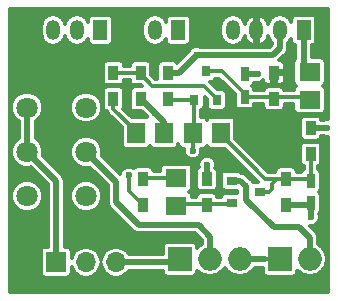
<source format=gtl>
G04 #@! TF.FileFunction,Copper,L1,Top,Signal*
%FSLAX46Y46*%
G04 Gerber Fmt 4.6, Leading zero omitted, Abs format (unit mm)*
G04 Created by KiCad (PCBNEW 4.0.4-1.fc24-product) date Thu Mar  1 09:36:58 2018*
%MOMM*%
%LPD*%
G01*
G04 APERTURE LIST*
%ADD10C,0.100000*%
%ADD11R,1.200000X1.700000*%
%ADD12O,1.200000X1.700000*%
%ADD13O,1.998980X1.998980*%
%ADD14R,1.998980X1.998980*%
%ADD15R,0.800000X0.900000*%
%ADD16R,0.900000X1.200000*%
%ADD17R,0.750000X1.200000*%
%ADD18R,1.800860X1.549400*%
%ADD19R,1.549400X1.800860*%
%ADD20R,0.900000X0.800000*%
%ADD21C,1.800000*%
%ADD22R,1.700000X1.700000*%
%ADD23O,1.700000X1.700000*%
%ADD24C,0.600000*%
%ADD25C,0.300000*%
%ADD26C,0.500000*%
G04 APERTURE END LIST*
D10*
D11*
X176400000Y-73300000D03*
D12*
X174400000Y-73300000D03*
X172400000Y-73300000D03*
X170400000Y-73300000D03*
D13*
X171000000Y-92700000D03*
D14*
X165920000Y-92700000D03*
D13*
X168460000Y-92700000D03*
D15*
X167150000Y-79200000D03*
X169050000Y-79200000D03*
X168100000Y-76800000D03*
D16*
X164900000Y-76900000D03*
X164900000Y-79100000D03*
D17*
X171400000Y-78950000D03*
X171400000Y-77050000D03*
D18*
X176900000Y-79176020D03*
X176900000Y-76823980D03*
D19*
X167023980Y-82000000D03*
X169376020Y-82000000D03*
X162223980Y-82000000D03*
X164576020Y-82000000D03*
D17*
X177000000Y-86050000D03*
X177000000Y-87950000D03*
D18*
X165600000Y-88176020D03*
X165600000Y-85823980D03*
D13*
X176940000Y-92700000D03*
D14*
X174400000Y-92700000D03*
D11*
X165800000Y-73300000D03*
D12*
X163800000Y-73300000D03*
D20*
X170300000Y-86050000D03*
X170300000Y-87950000D03*
X172700000Y-87000000D03*
D16*
X173900000Y-79100000D03*
X173900000Y-76900000D03*
X162600000Y-76900000D03*
X162600000Y-79100000D03*
X174900000Y-85900000D03*
X174900000Y-88100000D03*
X168200000Y-88100000D03*
X168200000Y-85900000D03*
X162800000Y-88100000D03*
X162800000Y-85900000D03*
D11*
X159200000Y-73300000D03*
D12*
X157200000Y-73300000D03*
X155200000Y-73300000D03*
D16*
X160300000Y-76900000D03*
X160300000Y-79100000D03*
X177000000Y-81600000D03*
X177000000Y-83800000D03*
D21*
X153000000Y-79850000D03*
X153000000Y-83600000D03*
X153000000Y-87350000D03*
X158000000Y-79850000D03*
X158000000Y-83600000D03*
X158000000Y-87350000D03*
D22*
X155460000Y-92950000D03*
D23*
X158000000Y-92950000D03*
X160540000Y-92950000D03*
D24*
X175100000Y-77000000D03*
X172500000Y-77000000D03*
X163800000Y-80300000D03*
X177000000Y-89140000D03*
X168220000Y-84700000D03*
X167000000Y-83500000D03*
X167350000Y-75400000D03*
X178360000Y-81600000D03*
X161600000Y-85600000D03*
D25*
X168100000Y-76800000D02*
X169475000Y-76800000D01*
X169475000Y-76800000D02*
X171400000Y-78725000D01*
X171400000Y-78725000D02*
X171400000Y-78950000D01*
X171400000Y-78950000D02*
X171390000Y-78960000D01*
X173900000Y-79100000D02*
X173760000Y-78960000D01*
X173760000Y-78960000D02*
X171410000Y-78960000D01*
X171410000Y-78960000D02*
X171400000Y-78950000D01*
X176900000Y-79176020D02*
X176683980Y-78960000D01*
X176683980Y-78960000D02*
X174040000Y-78960000D01*
X174040000Y-78960000D02*
X173900000Y-79100000D01*
D26*
X176400000Y-73300000D02*
X176400000Y-76323980D01*
X176400000Y-76323980D02*
X176900000Y-76823980D01*
X175000000Y-76900000D02*
X175100000Y-77000000D01*
X173900000Y-76900000D02*
X175000000Y-76900000D01*
X160540000Y-92950000D02*
X165670000Y-92950000D01*
X165670000Y-92950000D02*
X165920000Y-92700000D01*
X172450000Y-77050000D02*
X172500000Y-77000000D01*
X171400000Y-77050000D02*
X172450000Y-77050000D01*
X174900000Y-88100000D02*
X176850000Y-88100000D01*
X176850000Y-88100000D02*
X177000000Y-87950000D01*
X163800000Y-80300000D02*
X164576020Y-81076020D01*
X162600000Y-79100000D02*
X163800000Y-80300000D01*
X164576020Y-81076020D02*
X164576020Y-82000000D01*
X177000000Y-87950000D02*
X177000000Y-89140000D01*
X168200000Y-85900000D02*
X168200000Y-84720000D01*
X168200000Y-84720000D02*
X168220000Y-84700000D01*
D25*
X167000000Y-83500000D02*
X167000000Y-82023980D01*
X167000000Y-82023980D02*
X167023980Y-82000000D01*
X167150000Y-79200000D02*
X165000000Y-79200000D01*
X165000000Y-79200000D02*
X164900000Y-79100000D01*
X167150000Y-79200000D02*
X167150000Y-81873980D01*
X167150000Y-81873980D02*
X167023980Y-82000000D01*
X167023980Y-81373980D02*
X167023980Y-82000000D01*
X167023980Y-81874270D02*
X167023980Y-82000000D01*
X177000000Y-86050000D02*
X177000000Y-83800000D01*
X174900000Y-85900000D02*
X173150290Y-85900000D01*
X173150290Y-85900000D02*
X169376020Y-82125730D01*
X169376020Y-82125730D02*
X169376020Y-82000000D01*
X177000000Y-86050000D02*
X176850000Y-85900000D01*
X176850000Y-85900000D02*
X174900000Y-85900000D01*
X173690000Y-86360000D02*
X174150000Y-85900000D01*
X174150000Y-85900000D02*
X174900000Y-85900000D01*
X173690000Y-86760000D02*
X173690000Y-86360000D01*
X172700000Y-87000000D02*
X173450000Y-87000000D01*
X173450000Y-87000000D02*
X173690000Y-86760000D01*
X162223980Y-82000000D02*
X162223980Y-81874270D01*
X162223980Y-81874270D02*
X160300000Y-79950290D01*
X160300000Y-79950290D02*
X160300000Y-79100000D01*
X165600000Y-88176020D02*
X165776020Y-88000000D01*
X165776020Y-88000000D02*
X168100000Y-88000000D01*
X168100000Y-88000000D02*
X168200000Y-88100000D01*
X170300000Y-87950000D02*
X170250000Y-88000000D01*
X170250000Y-88000000D02*
X168300000Y-88000000D01*
X168300000Y-88000000D02*
X168200000Y-88100000D01*
X165600000Y-85823980D02*
X162876020Y-85823980D01*
X162876020Y-85823980D02*
X162800000Y-85900000D01*
D26*
X153000000Y-83600000D02*
X155460000Y-86060000D01*
X155460000Y-86060000D02*
X155460000Y-92950000D01*
X153000000Y-80000000D02*
X153000000Y-81272792D01*
X153000000Y-81272792D02*
X153000000Y-83650000D01*
X168500000Y-90800000D02*
X168460000Y-90840000D01*
X168460000Y-90840000D02*
X168460000Y-92700000D01*
X158000000Y-83650000D02*
X160500000Y-86150000D01*
X160500000Y-86150000D02*
X160500000Y-87840002D01*
X160500000Y-87840002D02*
X162459998Y-89800000D01*
X162459998Y-89800000D02*
X167500000Y-89800000D01*
X167500000Y-89800000D02*
X168500000Y-90800000D01*
X168500000Y-92360000D02*
X168460000Y-92400000D01*
X176940000Y-90900510D02*
X176940000Y-92700000D01*
X164900000Y-76900000D02*
X165850000Y-76900000D01*
X165850000Y-76900000D02*
X167350000Y-75400000D01*
X167350000Y-75400000D02*
X173800000Y-75400000D01*
X173800000Y-75400000D02*
X174400000Y-74800000D01*
X174400000Y-74800000D02*
X174400000Y-73300000D01*
X176940000Y-90900510D02*
X176039490Y-90000000D01*
X176039490Y-90000000D02*
X173859998Y-90000000D01*
X173859998Y-90000000D02*
X171500000Y-87640002D01*
X171500000Y-87640002D02*
X171500000Y-86500000D01*
X171500000Y-86500000D02*
X171050000Y-86050000D01*
X171050000Y-86050000D02*
X170300000Y-86050000D01*
X177000000Y-81600000D02*
X178360000Y-81600000D01*
X174400000Y-73300000D02*
X174400000Y-73550000D01*
X176910000Y-92400000D02*
X176940000Y-92400000D01*
D25*
X162800000Y-88100000D02*
X161600000Y-86900000D01*
X161600000Y-86900000D02*
X161600000Y-85600000D01*
X162800000Y-88100000D02*
X162800000Y-87950000D01*
X162600000Y-76900000D02*
X160300000Y-76900000D01*
X162600000Y-76900000D02*
X162600000Y-77050000D01*
X167949999Y-78049999D02*
X169050000Y-79150000D01*
X162600000Y-77050000D02*
X163599999Y-78049999D01*
X163599999Y-78049999D02*
X167949999Y-78049999D01*
X169050000Y-79150000D02*
X169050000Y-79200000D01*
X174400000Y-92700000D02*
X173100510Y-92700000D01*
D26*
X173100510Y-92700000D02*
X171000000Y-92700000D01*
D25*
G36*
X178475000Y-80850101D02*
X178211470Y-80849870D01*
X178090147Y-80900000D01*
X177890000Y-80900000D01*
X177877438Y-80833240D01*
X177778883Y-80680081D01*
X177628505Y-80577332D01*
X177450000Y-80541184D01*
X176550000Y-80541184D01*
X176383240Y-80572562D01*
X176230081Y-80671117D01*
X176127332Y-80821495D01*
X176091184Y-81000000D01*
X176091184Y-82200000D01*
X176122562Y-82366760D01*
X176221117Y-82519919D01*
X176371495Y-82622668D01*
X176550000Y-82658816D01*
X177450000Y-82658816D01*
X177616760Y-82627438D01*
X177769919Y-82528883D01*
X177872668Y-82378505D01*
X177888566Y-82300000D01*
X178090063Y-82300000D01*
X178210161Y-82349869D01*
X178475000Y-82350101D01*
X178475000Y-95475000D01*
X151525000Y-95475000D01*
X151525000Y-87617353D01*
X151649766Y-87617353D01*
X151854858Y-88113715D01*
X152234288Y-88493807D01*
X152730290Y-88699765D01*
X153267353Y-88700234D01*
X153763715Y-88495142D01*
X154143807Y-88115712D01*
X154349765Y-87619710D01*
X154350234Y-87082647D01*
X154145142Y-86586285D01*
X153765712Y-86206193D01*
X153269710Y-86000235D01*
X152732647Y-85999766D01*
X152236285Y-86204858D01*
X151856193Y-86584288D01*
X151650235Y-87080290D01*
X151649766Y-87617353D01*
X151525000Y-87617353D01*
X151525000Y-80117353D01*
X151649766Y-80117353D01*
X151854858Y-80613715D01*
X152234288Y-80993807D01*
X152300000Y-81021093D01*
X152300000Y-82428532D01*
X152236285Y-82454858D01*
X151856193Y-82834288D01*
X151650235Y-83330290D01*
X151649766Y-83867353D01*
X151854858Y-84363715D01*
X152234288Y-84743807D01*
X152730290Y-84949765D01*
X153267353Y-84950234D01*
X153333113Y-84923063D01*
X154760000Y-86349949D01*
X154760000Y-91641184D01*
X154610000Y-91641184D01*
X154443240Y-91672562D01*
X154290081Y-91771117D01*
X154187332Y-91921495D01*
X154151184Y-92100000D01*
X154151184Y-93800000D01*
X154182562Y-93966760D01*
X154281117Y-94119919D01*
X154431495Y-94222668D01*
X154610000Y-94258816D01*
X156310000Y-94258816D01*
X156476760Y-94227438D01*
X156629919Y-94128883D01*
X156732668Y-93978505D01*
X156768816Y-93800000D01*
X156768816Y-93321429D01*
X156798957Y-93472957D01*
X157080761Y-93894708D01*
X157502512Y-94176512D01*
X158000000Y-94275469D01*
X158497488Y-94176512D01*
X158919239Y-93894708D01*
X159201043Y-93472957D01*
X159270000Y-93126288D01*
X159338957Y-93472957D01*
X159620761Y-93894708D01*
X160042512Y-94176512D01*
X160540000Y-94275469D01*
X161037488Y-94176512D01*
X161459239Y-93894708D01*
X161622747Y-93650000D01*
X164461694Y-93650000D01*
X164461694Y-93699490D01*
X164493072Y-93866250D01*
X164591627Y-94019409D01*
X164742005Y-94122158D01*
X164920510Y-94158306D01*
X166919490Y-94158306D01*
X167086250Y-94126928D01*
X167239409Y-94028373D01*
X167342158Y-93877995D01*
X167378306Y-93699490D01*
X167378306Y-93682511D01*
X167406659Y-93724944D01*
X167876907Y-94039154D01*
X168431603Y-94149490D01*
X168488397Y-94149490D01*
X169043093Y-94039154D01*
X169513341Y-93724944D01*
X169730000Y-93400691D01*
X169946659Y-93724944D01*
X170416907Y-94039154D01*
X170971603Y-94149490D01*
X171028397Y-94149490D01*
X171583093Y-94039154D01*
X172053341Y-93724944D01*
X172270462Y-93400000D01*
X172941694Y-93400000D01*
X172941694Y-93699490D01*
X172973072Y-93866250D01*
X173071627Y-94019409D01*
X173222005Y-94122158D01*
X173400510Y-94158306D01*
X175399490Y-94158306D01*
X175566250Y-94126928D01*
X175719409Y-94028373D01*
X175822158Y-93877995D01*
X175858306Y-93699490D01*
X175858306Y-93682511D01*
X175886659Y-93724944D01*
X176356907Y-94039154D01*
X176911603Y-94149490D01*
X176968397Y-94149490D01*
X177523093Y-94039154D01*
X177993341Y-93724944D01*
X178307551Y-93254696D01*
X178417887Y-92700000D01*
X178307551Y-92145304D01*
X177993341Y-91675056D01*
X177640000Y-91438961D01*
X177640000Y-90900510D01*
X177586716Y-90632632D01*
X177434975Y-90405535D01*
X177434972Y-90405533D01*
X176919369Y-89889930D01*
X177148530Y-89890130D01*
X177424286Y-89776189D01*
X177635448Y-89565395D01*
X177749869Y-89289839D01*
X177750130Y-88991470D01*
X177700335Y-88870957D01*
X177797668Y-88728505D01*
X177833816Y-88550000D01*
X177833816Y-87350000D01*
X177802438Y-87183240D01*
X177703883Y-87030081D01*
X177660946Y-87000744D01*
X177694919Y-86978883D01*
X177797668Y-86828505D01*
X177833816Y-86650000D01*
X177833816Y-85450000D01*
X177802438Y-85283240D01*
X177703883Y-85130081D01*
X177600000Y-85059101D01*
X177600000Y-84830592D01*
X177616760Y-84827438D01*
X177769919Y-84728883D01*
X177872668Y-84578505D01*
X177908816Y-84400000D01*
X177908816Y-83200000D01*
X177877438Y-83033240D01*
X177778883Y-82880081D01*
X177628505Y-82777332D01*
X177450000Y-82741184D01*
X176550000Y-82741184D01*
X176383240Y-82772562D01*
X176230081Y-82871117D01*
X176127332Y-83021495D01*
X176091184Y-83200000D01*
X176091184Y-84400000D01*
X176122562Y-84566760D01*
X176221117Y-84719919D01*
X176371495Y-84822668D01*
X176400000Y-84828440D01*
X176400000Y-85060038D01*
X176305081Y-85121117D01*
X176202332Y-85271495D01*
X176196560Y-85300000D01*
X175808816Y-85300000D01*
X175777438Y-85133240D01*
X175678883Y-84980081D01*
X175528505Y-84877332D01*
X175350000Y-84841184D01*
X174450000Y-84841184D01*
X174283240Y-84872562D01*
X174130081Y-84971117D01*
X174027332Y-85121495D01*
X173991184Y-85300000D01*
X173398818Y-85300000D01*
X170609536Y-82510718D01*
X170609536Y-81099570D01*
X170578158Y-80932810D01*
X170479603Y-80779651D01*
X170329225Y-80676902D01*
X170150720Y-80640754D01*
X168601320Y-80640754D01*
X168434560Y-80672132D01*
X168281401Y-80770687D01*
X168199205Y-80890985D01*
X168127563Y-80779651D01*
X167977185Y-80676902D01*
X167798680Y-80640754D01*
X167750000Y-80640754D01*
X167750000Y-80056049D01*
X167869919Y-79978883D01*
X167972668Y-79828505D01*
X168008816Y-79650000D01*
X168008816Y-78957344D01*
X168191184Y-79139712D01*
X168191184Y-79650000D01*
X168222562Y-79816760D01*
X168321117Y-79969919D01*
X168471495Y-80072668D01*
X168650000Y-80108816D01*
X169450000Y-80108816D01*
X169616760Y-80077438D01*
X169769919Y-79978883D01*
X169872668Y-79828505D01*
X169908816Y-79650000D01*
X169908816Y-78750000D01*
X169877438Y-78583240D01*
X169778883Y-78430081D01*
X169628505Y-78327332D01*
X169450000Y-78291184D01*
X169039712Y-78291184D01*
X168457344Y-77708816D01*
X168500000Y-77708816D01*
X168666760Y-77677438D01*
X168819919Y-77578883D01*
X168922668Y-77428505D01*
X168928440Y-77400000D01*
X169226472Y-77400000D01*
X170566184Y-78739712D01*
X170566184Y-79550000D01*
X170597562Y-79716760D01*
X170696117Y-79869919D01*
X170846495Y-79972668D01*
X171025000Y-80008816D01*
X171775000Y-80008816D01*
X171941760Y-79977438D01*
X172094919Y-79878883D01*
X172197668Y-79728505D01*
X172231791Y-79560000D01*
X172991184Y-79560000D01*
X172991184Y-79700000D01*
X173022562Y-79866760D01*
X173121117Y-80019919D01*
X173271495Y-80122668D01*
X173450000Y-80158816D01*
X174350000Y-80158816D01*
X174516760Y-80127438D01*
X174669919Y-80028883D01*
X174772668Y-79878505D01*
X174808816Y-79700000D01*
X174808816Y-79560000D01*
X175540754Y-79560000D01*
X175540754Y-79950720D01*
X175572132Y-80117480D01*
X175670687Y-80270639D01*
X175821065Y-80373388D01*
X175999570Y-80409536D01*
X177800430Y-80409536D01*
X177967190Y-80378158D01*
X178120349Y-80279603D01*
X178223098Y-80129225D01*
X178259246Y-79950720D01*
X178259246Y-78401320D01*
X178227868Y-78234560D01*
X178129313Y-78081401D01*
X178009015Y-77999205D01*
X178120349Y-77927563D01*
X178223098Y-77777185D01*
X178259246Y-77598680D01*
X178259246Y-76049280D01*
X178227868Y-75882520D01*
X178129313Y-75729361D01*
X177978935Y-75626612D01*
X177800430Y-75590464D01*
X177100000Y-75590464D01*
X177100000Y-74590000D01*
X177166760Y-74577438D01*
X177319919Y-74478883D01*
X177422668Y-74328505D01*
X177458816Y-74150000D01*
X177458816Y-72450000D01*
X177427438Y-72283240D01*
X177328883Y-72130081D01*
X177178505Y-72027332D01*
X177000000Y-71991184D01*
X175800000Y-71991184D01*
X175633240Y-72022562D01*
X175480081Y-72121117D01*
X175377332Y-72271495D01*
X175341184Y-72450000D01*
X175341184Y-72579476D01*
X175142462Y-72282069D01*
X174801818Y-72054457D01*
X174400000Y-71974531D01*
X173998182Y-72054457D01*
X173657538Y-72282069D01*
X173429926Y-72622713D01*
X173401719Y-72764522D01*
X173353583Y-72582927D01*
X173102255Y-72253560D01*
X172710725Y-72047030D01*
X172550000Y-72124578D01*
X172550000Y-73150000D01*
X172570000Y-73150000D01*
X172570000Y-73450000D01*
X172550000Y-73450000D01*
X172550000Y-74475422D01*
X172710725Y-74552970D01*
X173102255Y-74346440D01*
X173353583Y-74017073D01*
X173401719Y-73835478D01*
X173429926Y-73977287D01*
X173657538Y-74317931D01*
X173700000Y-74346303D01*
X173700000Y-74510050D01*
X173510050Y-74700000D01*
X167619937Y-74700000D01*
X167499839Y-74650131D01*
X167201470Y-74649870D01*
X166925714Y-74763811D01*
X166714552Y-74974605D01*
X166664211Y-75095839D01*
X165718462Y-76041588D01*
X165678883Y-75980081D01*
X165528505Y-75877332D01*
X165350000Y-75841184D01*
X164450000Y-75841184D01*
X164283240Y-75872562D01*
X164130081Y-75971117D01*
X164027332Y-76121495D01*
X163991184Y-76300000D01*
X163991184Y-77449999D01*
X163848527Y-77449999D01*
X163508816Y-77110288D01*
X163508816Y-76300000D01*
X163477438Y-76133240D01*
X163378883Y-75980081D01*
X163228505Y-75877332D01*
X163050000Y-75841184D01*
X162150000Y-75841184D01*
X161983240Y-75872562D01*
X161830081Y-75971117D01*
X161727332Y-76121495D01*
X161691184Y-76300000D01*
X161208816Y-76300000D01*
X161177438Y-76133240D01*
X161078883Y-75980081D01*
X160928505Y-75877332D01*
X160750000Y-75841184D01*
X159850000Y-75841184D01*
X159683240Y-75872562D01*
X159530081Y-75971117D01*
X159427332Y-76121495D01*
X159391184Y-76300000D01*
X159391184Y-77500000D01*
X159422562Y-77666760D01*
X159521117Y-77819919D01*
X159671495Y-77922668D01*
X159850000Y-77958816D01*
X160750000Y-77958816D01*
X160916760Y-77927438D01*
X161069919Y-77828883D01*
X161172668Y-77678505D01*
X161208816Y-77500000D01*
X161691184Y-77500000D01*
X161722562Y-77666760D01*
X161821117Y-77819919D01*
X161971495Y-77922668D01*
X162150000Y-77958816D01*
X162660288Y-77958816D01*
X162742656Y-78041184D01*
X162150000Y-78041184D01*
X161983240Y-78072562D01*
X161830081Y-78171117D01*
X161727332Y-78321495D01*
X161691184Y-78500000D01*
X161691184Y-79700000D01*
X161722562Y-79866760D01*
X161821117Y-80019919D01*
X161971495Y-80122668D01*
X162150000Y-80158816D01*
X162668866Y-80158816D01*
X163114151Y-80604101D01*
X163141223Y-80669620D01*
X162998680Y-80640754D01*
X161838992Y-80640754D01*
X161133730Y-79935492D01*
X161172668Y-79878505D01*
X161208816Y-79700000D01*
X161208816Y-78500000D01*
X161177438Y-78333240D01*
X161078883Y-78180081D01*
X160928505Y-78077332D01*
X160750000Y-78041184D01*
X159850000Y-78041184D01*
X159683240Y-78072562D01*
X159530081Y-78171117D01*
X159427332Y-78321495D01*
X159391184Y-78500000D01*
X159391184Y-79700000D01*
X159422562Y-79866760D01*
X159521117Y-80019919D01*
X159671495Y-80122668D01*
X159736923Y-80135918D01*
X159745672Y-80179900D01*
X159875736Y-80374554D01*
X160990464Y-81489282D01*
X160990464Y-82900430D01*
X161021842Y-83067190D01*
X161120397Y-83220349D01*
X161270775Y-83323098D01*
X161449280Y-83359246D01*
X162998680Y-83359246D01*
X163165440Y-83327868D01*
X163318599Y-83229313D01*
X163400795Y-83109015D01*
X163472437Y-83220349D01*
X163622815Y-83323098D01*
X163801320Y-83359246D01*
X165350720Y-83359246D01*
X165517480Y-83327868D01*
X165670639Y-83229313D01*
X165773388Y-83078935D01*
X165799650Y-82949249D01*
X165821842Y-83067190D01*
X165920397Y-83220349D01*
X166070775Y-83323098D01*
X166249280Y-83359246D01*
X166250123Y-83359246D01*
X166249870Y-83648530D01*
X166363811Y-83924286D01*
X166574605Y-84135448D01*
X166850161Y-84249869D01*
X167148530Y-84250130D01*
X167424286Y-84136189D01*
X167635448Y-83925395D01*
X167749869Y-83649839D01*
X167750123Y-83359246D01*
X167798680Y-83359246D01*
X167965440Y-83327868D01*
X168118599Y-83229313D01*
X168200795Y-83109015D01*
X168272437Y-83220349D01*
X168422815Y-83323098D01*
X168601320Y-83359246D01*
X169761008Y-83359246D01*
X172542946Y-86141184D01*
X172250000Y-86141184D01*
X172104275Y-86168604D01*
X171994975Y-86005025D01*
X171544975Y-85555025D01*
X171317879Y-85403284D01*
X171097821Y-85359512D01*
X171078883Y-85330081D01*
X170928505Y-85227332D01*
X170750000Y-85191184D01*
X169850000Y-85191184D01*
X169683240Y-85222562D01*
X169530081Y-85321117D01*
X169427332Y-85471495D01*
X169391184Y-85650000D01*
X169391184Y-86450000D01*
X169422562Y-86616760D01*
X169521117Y-86769919D01*
X169671495Y-86872668D01*
X169850000Y-86908816D01*
X170750000Y-86908816D01*
X170800000Y-86899408D01*
X170800000Y-87101309D01*
X170750000Y-87091184D01*
X169850000Y-87091184D01*
X169683240Y-87122562D01*
X169530081Y-87221117D01*
X169427332Y-87371495D01*
X169421560Y-87400000D01*
X169090000Y-87400000D01*
X169077438Y-87333240D01*
X168978883Y-87180081D01*
X168828505Y-87077332D01*
X168650000Y-87041184D01*
X167750000Y-87041184D01*
X167583240Y-87072562D01*
X167430081Y-87171117D01*
X167327332Y-87321495D01*
X167311434Y-87400000D01*
X166958998Y-87400000D01*
X166927868Y-87234560D01*
X166829313Y-87081401D01*
X166709015Y-86999205D01*
X166820349Y-86927563D01*
X166923098Y-86777185D01*
X166959246Y-86598680D01*
X166959246Y-85300000D01*
X167291184Y-85300000D01*
X167291184Y-86500000D01*
X167322562Y-86666760D01*
X167421117Y-86819919D01*
X167571495Y-86922668D01*
X167750000Y-86958816D01*
X168650000Y-86958816D01*
X168816760Y-86927438D01*
X168969919Y-86828883D01*
X169072668Y-86678505D01*
X169108816Y-86500000D01*
X169108816Y-85300000D01*
X169077438Y-85133240D01*
X168978883Y-84980081D01*
X168929733Y-84946498D01*
X168969869Y-84849839D01*
X168970130Y-84551470D01*
X168856189Y-84275714D01*
X168645395Y-84064552D01*
X168369839Y-83950131D01*
X168071470Y-83949870D01*
X167795714Y-84063811D01*
X167584552Y-84274605D01*
X167470131Y-84550161D01*
X167469870Y-84848530D01*
X167500000Y-84921450D01*
X167500000Y-84926125D01*
X167430081Y-84971117D01*
X167327332Y-85121495D01*
X167291184Y-85300000D01*
X166959246Y-85300000D01*
X166959246Y-85049280D01*
X166927868Y-84882520D01*
X166829313Y-84729361D01*
X166678935Y-84626612D01*
X166500430Y-84590464D01*
X164699570Y-84590464D01*
X164532810Y-84621842D01*
X164379651Y-84720397D01*
X164276902Y-84870775D01*
X164240754Y-85049280D01*
X164240754Y-85223980D01*
X163694512Y-85223980D01*
X163677438Y-85133240D01*
X163578883Y-84980081D01*
X163428505Y-84877332D01*
X163250000Y-84841184D01*
X162350000Y-84841184D01*
X162183240Y-84872562D01*
X162031218Y-84970385D01*
X162025395Y-84964552D01*
X161749839Y-84850131D01*
X161451470Y-84849870D01*
X161175714Y-84963811D01*
X160964552Y-85174605D01*
X160850131Y-85450161D01*
X160850079Y-85510129D01*
X159308658Y-83968708D01*
X159349765Y-83869710D01*
X159350234Y-83332647D01*
X159145142Y-82836285D01*
X158765712Y-82456193D01*
X158269710Y-82250235D01*
X157732647Y-82249766D01*
X157236285Y-82454858D01*
X156856193Y-82834288D01*
X156650235Y-83330290D01*
X156649766Y-83867353D01*
X156854858Y-84363715D01*
X157234288Y-84743807D01*
X157730290Y-84949765D01*
X158267353Y-84950234D01*
X158297732Y-84937682D01*
X159800000Y-86439950D01*
X159800000Y-87840002D01*
X159853284Y-88107881D01*
X160005025Y-88334977D01*
X161965023Y-90294975D01*
X162192119Y-90446716D01*
X162459998Y-90500001D01*
X162460003Y-90500000D01*
X167210050Y-90500000D01*
X167760000Y-91049949D01*
X167760000Y-91438961D01*
X167406659Y-91675056D01*
X167378306Y-91717489D01*
X167378306Y-91700510D01*
X167346928Y-91533750D01*
X167248373Y-91380591D01*
X167097995Y-91277842D01*
X166919490Y-91241694D01*
X164920510Y-91241694D01*
X164753750Y-91273072D01*
X164600591Y-91371627D01*
X164497842Y-91522005D01*
X164461694Y-91700510D01*
X164461694Y-92250000D01*
X161622747Y-92250000D01*
X161459239Y-92005292D01*
X161037488Y-91723488D01*
X160540000Y-91624531D01*
X160042512Y-91723488D01*
X159620761Y-92005292D01*
X159338957Y-92427043D01*
X159270000Y-92773712D01*
X159201043Y-92427043D01*
X158919239Y-92005292D01*
X158497488Y-91723488D01*
X158000000Y-91624531D01*
X157502512Y-91723488D01*
X157080761Y-92005292D01*
X156798957Y-92427043D01*
X156768816Y-92578571D01*
X156768816Y-92100000D01*
X156737438Y-91933240D01*
X156638883Y-91780081D01*
X156488505Y-91677332D01*
X156310000Y-91641184D01*
X156160000Y-91641184D01*
X156160000Y-87617353D01*
X156649766Y-87617353D01*
X156854858Y-88113715D01*
X157234288Y-88493807D01*
X157730290Y-88699765D01*
X158267353Y-88700234D01*
X158763715Y-88495142D01*
X159143807Y-88115712D01*
X159349765Y-87619710D01*
X159350234Y-87082647D01*
X159145142Y-86586285D01*
X158765712Y-86206193D01*
X158269710Y-86000235D01*
X157732647Y-85999766D01*
X157236285Y-86204858D01*
X156856193Y-86584288D01*
X156650235Y-87080290D01*
X156649766Y-87617353D01*
X156160000Y-87617353D01*
X156160000Y-86060000D01*
X156106716Y-85792122D01*
X155954975Y-85565025D01*
X155954972Y-85565023D01*
X154323328Y-83933378D01*
X154349765Y-83869710D01*
X154350234Y-83332647D01*
X154145142Y-82836285D01*
X153765712Y-82456193D01*
X153700000Y-82428907D01*
X153700000Y-81021468D01*
X153763715Y-80995142D01*
X154143807Y-80615712D01*
X154349765Y-80119710D01*
X154349767Y-80117353D01*
X156649766Y-80117353D01*
X156854858Y-80613715D01*
X157234288Y-80993807D01*
X157730290Y-81199765D01*
X158267353Y-81200234D01*
X158763715Y-80995142D01*
X159143807Y-80615712D01*
X159349765Y-80119710D01*
X159350234Y-79582647D01*
X159145142Y-79086285D01*
X158765712Y-78706193D01*
X158269710Y-78500235D01*
X157732647Y-78499766D01*
X157236285Y-78704858D01*
X156856193Y-79084288D01*
X156650235Y-79580290D01*
X156649766Y-80117353D01*
X154349767Y-80117353D01*
X154350234Y-79582647D01*
X154145142Y-79086285D01*
X153765712Y-78706193D01*
X153269710Y-78500235D01*
X152732647Y-78499766D01*
X152236285Y-78704858D01*
X151856193Y-79084288D01*
X151650235Y-79580290D01*
X151649766Y-80117353D01*
X151525000Y-80117353D01*
X151525000Y-73024531D01*
X154150000Y-73024531D01*
X154150000Y-73575469D01*
X154229926Y-73977287D01*
X154457538Y-74317931D01*
X154798182Y-74545543D01*
X155200000Y-74625469D01*
X155601818Y-74545543D01*
X155942462Y-74317931D01*
X156170074Y-73977287D01*
X156200000Y-73826838D01*
X156229926Y-73977287D01*
X156457538Y-74317931D01*
X156798182Y-74545543D01*
X157200000Y-74625469D01*
X157601818Y-74545543D01*
X157942462Y-74317931D01*
X158141184Y-74020524D01*
X158141184Y-74150000D01*
X158172562Y-74316760D01*
X158271117Y-74469919D01*
X158421495Y-74572668D01*
X158600000Y-74608816D01*
X159800000Y-74608816D01*
X159966760Y-74577438D01*
X160119919Y-74478883D01*
X160222668Y-74328505D01*
X160258816Y-74150000D01*
X160258816Y-73024531D01*
X162750000Y-73024531D01*
X162750000Y-73575469D01*
X162829926Y-73977287D01*
X163057538Y-74317931D01*
X163398182Y-74545543D01*
X163800000Y-74625469D01*
X164201818Y-74545543D01*
X164542462Y-74317931D01*
X164741184Y-74020524D01*
X164741184Y-74150000D01*
X164772562Y-74316760D01*
X164871117Y-74469919D01*
X165021495Y-74572668D01*
X165200000Y-74608816D01*
X166400000Y-74608816D01*
X166566760Y-74577438D01*
X166719919Y-74478883D01*
X166822668Y-74328505D01*
X166858816Y-74150000D01*
X166858816Y-73024531D01*
X169350000Y-73024531D01*
X169350000Y-73575469D01*
X169429926Y-73977287D01*
X169657538Y-74317931D01*
X169998182Y-74545543D01*
X170400000Y-74625469D01*
X170801818Y-74545543D01*
X171142462Y-74317931D01*
X171370074Y-73977287D01*
X171398281Y-73835478D01*
X171446417Y-74017073D01*
X171697745Y-74346440D01*
X172089275Y-74552970D01*
X172250000Y-74475422D01*
X172250000Y-73450000D01*
X172230000Y-73450000D01*
X172230000Y-73150000D01*
X172250000Y-73150000D01*
X172250000Y-72124578D01*
X172089275Y-72047030D01*
X171697745Y-72253560D01*
X171446417Y-72582927D01*
X171398281Y-72764522D01*
X171370074Y-72622713D01*
X171142462Y-72282069D01*
X170801818Y-72054457D01*
X170400000Y-71974531D01*
X169998182Y-72054457D01*
X169657538Y-72282069D01*
X169429926Y-72622713D01*
X169350000Y-73024531D01*
X166858816Y-73024531D01*
X166858816Y-72450000D01*
X166827438Y-72283240D01*
X166728883Y-72130081D01*
X166578505Y-72027332D01*
X166400000Y-71991184D01*
X165200000Y-71991184D01*
X165033240Y-72022562D01*
X164880081Y-72121117D01*
X164777332Y-72271495D01*
X164741184Y-72450000D01*
X164741184Y-72579476D01*
X164542462Y-72282069D01*
X164201818Y-72054457D01*
X163800000Y-71974531D01*
X163398182Y-72054457D01*
X163057538Y-72282069D01*
X162829926Y-72622713D01*
X162750000Y-73024531D01*
X160258816Y-73024531D01*
X160258816Y-72450000D01*
X160227438Y-72283240D01*
X160128883Y-72130081D01*
X159978505Y-72027332D01*
X159800000Y-71991184D01*
X158600000Y-71991184D01*
X158433240Y-72022562D01*
X158280081Y-72121117D01*
X158177332Y-72271495D01*
X158141184Y-72450000D01*
X158141184Y-72579476D01*
X157942462Y-72282069D01*
X157601818Y-72054457D01*
X157200000Y-71974531D01*
X156798182Y-72054457D01*
X156457538Y-72282069D01*
X156229926Y-72622713D01*
X156200000Y-72773162D01*
X156170074Y-72622713D01*
X155942462Y-72282069D01*
X155601818Y-72054457D01*
X155200000Y-71974531D01*
X154798182Y-72054457D01*
X154457538Y-72282069D01*
X154229926Y-72622713D01*
X154150000Y-73024531D01*
X151525000Y-73024531D01*
X151525000Y-71525000D01*
X178475000Y-71525000D01*
X178475000Y-80850101D01*
X178475000Y-80850101D01*
G37*
X178475000Y-80850101D02*
X178211470Y-80849870D01*
X178090147Y-80900000D01*
X177890000Y-80900000D01*
X177877438Y-80833240D01*
X177778883Y-80680081D01*
X177628505Y-80577332D01*
X177450000Y-80541184D01*
X176550000Y-80541184D01*
X176383240Y-80572562D01*
X176230081Y-80671117D01*
X176127332Y-80821495D01*
X176091184Y-81000000D01*
X176091184Y-82200000D01*
X176122562Y-82366760D01*
X176221117Y-82519919D01*
X176371495Y-82622668D01*
X176550000Y-82658816D01*
X177450000Y-82658816D01*
X177616760Y-82627438D01*
X177769919Y-82528883D01*
X177872668Y-82378505D01*
X177888566Y-82300000D01*
X178090063Y-82300000D01*
X178210161Y-82349869D01*
X178475000Y-82350101D01*
X178475000Y-95475000D01*
X151525000Y-95475000D01*
X151525000Y-87617353D01*
X151649766Y-87617353D01*
X151854858Y-88113715D01*
X152234288Y-88493807D01*
X152730290Y-88699765D01*
X153267353Y-88700234D01*
X153763715Y-88495142D01*
X154143807Y-88115712D01*
X154349765Y-87619710D01*
X154350234Y-87082647D01*
X154145142Y-86586285D01*
X153765712Y-86206193D01*
X153269710Y-86000235D01*
X152732647Y-85999766D01*
X152236285Y-86204858D01*
X151856193Y-86584288D01*
X151650235Y-87080290D01*
X151649766Y-87617353D01*
X151525000Y-87617353D01*
X151525000Y-80117353D01*
X151649766Y-80117353D01*
X151854858Y-80613715D01*
X152234288Y-80993807D01*
X152300000Y-81021093D01*
X152300000Y-82428532D01*
X152236285Y-82454858D01*
X151856193Y-82834288D01*
X151650235Y-83330290D01*
X151649766Y-83867353D01*
X151854858Y-84363715D01*
X152234288Y-84743807D01*
X152730290Y-84949765D01*
X153267353Y-84950234D01*
X153333113Y-84923063D01*
X154760000Y-86349949D01*
X154760000Y-91641184D01*
X154610000Y-91641184D01*
X154443240Y-91672562D01*
X154290081Y-91771117D01*
X154187332Y-91921495D01*
X154151184Y-92100000D01*
X154151184Y-93800000D01*
X154182562Y-93966760D01*
X154281117Y-94119919D01*
X154431495Y-94222668D01*
X154610000Y-94258816D01*
X156310000Y-94258816D01*
X156476760Y-94227438D01*
X156629919Y-94128883D01*
X156732668Y-93978505D01*
X156768816Y-93800000D01*
X156768816Y-93321429D01*
X156798957Y-93472957D01*
X157080761Y-93894708D01*
X157502512Y-94176512D01*
X158000000Y-94275469D01*
X158497488Y-94176512D01*
X158919239Y-93894708D01*
X159201043Y-93472957D01*
X159270000Y-93126288D01*
X159338957Y-93472957D01*
X159620761Y-93894708D01*
X160042512Y-94176512D01*
X160540000Y-94275469D01*
X161037488Y-94176512D01*
X161459239Y-93894708D01*
X161622747Y-93650000D01*
X164461694Y-93650000D01*
X164461694Y-93699490D01*
X164493072Y-93866250D01*
X164591627Y-94019409D01*
X164742005Y-94122158D01*
X164920510Y-94158306D01*
X166919490Y-94158306D01*
X167086250Y-94126928D01*
X167239409Y-94028373D01*
X167342158Y-93877995D01*
X167378306Y-93699490D01*
X167378306Y-93682511D01*
X167406659Y-93724944D01*
X167876907Y-94039154D01*
X168431603Y-94149490D01*
X168488397Y-94149490D01*
X169043093Y-94039154D01*
X169513341Y-93724944D01*
X169730000Y-93400691D01*
X169946659Y-93724944D01*
X170416907Y-94039154D01*
X170971603Y-94149490D01*
X171028397Y-94149490D01*
X171583093Y-94039154D01*
X172053341Y-93724944D01*
X172270462Y-93400000D01*
X172941694Y-93400000D01*
X172941694Y-93699490D01*
X172973072Y-93866250D01*
X173071627Y-94019409D01*
X173222005Y-94122158D01*
X173400510Y-94158306D01*
X175399490Y-94158306D01*
X175566250Y-94126928D01*
X175719409Y-94028373D01*
X175822158Y-93877995D01*
X175858306Y-93699490D01*
X175858306Y-93682511D01*
X175886659Y-93724944D01*
X176356907Y-94039154D01*
X176911603Y-94149490D01*
X176968397Y-94149490D01*
X177523093Y-94039154D01*
X177993341Y-93724944D01*
X178307551Y-93254696D01*
X178417887Y-92700000D01*
X178307551Y-92145304D01*
X177993341Y-91675056D01*
X177640000Y-91438961D01*
X177640000Y-90900510D01*
X177586716Y-90632632D01*
X177434975Y-90405535D01*
X177434972Y-90405533D01*
X176919369Y-89889930D01*
X177148530Y-89890130D01*
X177424286Y-89776189D01*
X177635448Y-89565395D01*
X177749869Y-89289839D01*
X177750130Y-88991470D01*
X177700335Y-88870957D01*
X177797668Y-88728505D01*
X177833816Y-88550000D01*
X177833816Y-87350000D01*
X177802438Y-87183240D01*
X177703883Y-87030081D01*
X177660946Y-87000744D01*
X177694919Y-86978883D01*
X177797668Y-86828505D01*
X177833816Y-86650000D01*
X177833816Y-85450000D01*
X177802438Y-85283240D01*
X177703883Y-85130081D01*
X177600000Y-85059101D01*
X177600000Y-84830592D01*
X177616760Y-84827438D01*
X177769919Y-84728883D01*
X177872668Y-84578505D01*
X177908816Y-84400000D01*
X177908816Y-83200000D01*
X177877438Y-83033240D01*
X177778883Y-82880081D01*
X177628505Y-82777332D01*
X177450000Y-82741184D01*
X176550000Y-82741184D01*
X176383240Y-82772562D01*
X176230081Y-82871117D01*
X176127332Y-83021495D01*
X176091184Y-83200000D01*
X176091184Y-84400000D01*
X176122562Y-84566760D01*
X176221117Y-84719919D01*
X176371495Y-84822668D01*
X176400000Y-84828440D01*
X176400000Y-85060038D01*
X176305081Y-85121117D01*
X176202332Y-85271495D01*
X176196560Y-85300000D01*
X175808816Y-85300000D01*
X175777438Y-85133240D01*
X175678883Y-84980081D01*
X175528505Y-84877332D01*
X175350000Y-84841184D01*
X174450000Y-84841184D01*
X174283240Y-84872562D01*
X174130081Y-84971117D01*
X174027332Y-85121495D01*
X173991184Y-85300000D01*
X173398818Y-85300000D01*
X170609536Y-82510718D01*
X170609536Y-81099570D01*
X170578158Y-80932810D01*
X170479603Y-80779651D01*
X170329225Y-80676902D01*
X170150720Y-80640754D01*
X168601320Y-80640754D01*
X168434560Y-80672132D01*
X168281401Y-80770687D01*
X168199205Y-80890985D01*
X168127563Y-80779651D01*
X167977185Y-80676902D01*
X167798680Y-80640754D01*
X167750000Y-80640754D01*
X167750000Y-80056049D01*
X167869919Y-79978883D01*
X167972668Y-79828505D01*
X168008816Y-79650000D01*
X168008816Y-78957344D01*
X168191184Y-79139712D01*
X168191184Y-79650000D01*
X168222562Y-79816760D01*
X168321117Y-79969919D01*
X168471495Y-80072668D01*
X168650000Y-80108816D01*
X169450000Y-80108816D01*
X169616760Y-80077438D01*
X169769919Y-79978883D01*
X169872668Y-79828505D01*
X169908816Y-79650000D01*
X169908816Y-78750000D01*
X169877438Y-78583240D01*
X169778883Y-78430081D01*
X169628505Y-78327332D01*
X169450000Y-78291184D01*
X169039712Y-78291184D01*
X168457344Y-77708816D01*
X168500000Y-77708816D01*
X168666760Y-77677438D01*
X168819919Y-77578883D01*
X168922668Y-77428505D01*
X168928440Y-77400000D01*
X169226472Y-77400000D01*
X170566184Y-78739712D01*
X170566184Y-79550000D01*
X170597562Y-79716760D01*
X170696117Y-79869919D01*
X170846495Y-79972668D01*
X171025000Y-80008816D01*
X171775000Y-80008816D01*
X171941760Y-79977438D01*
X172094919Y-79878883D01*
X172197668Y-79728505D01*
X172231791Y-79560000D01*
X172991184Y-79560000D01*
X172991184Y-79700000D01*
X173022562Y-79866760D01*
X173121117Y-80019919D01*
X173271495Y-80122668D01*
X173450000Y-80158816D01*
X174350000Y-80158816D01*
X174516760Y-80127438D01*
X174669919Y-80028883D01*
X174772668Y-79878505D01*
X174808816Y-79700000D01*
X174808816Y-79560000D01*
X175540754Y-79560000D01*
X175540754Y-79950720D01*
X175572132Y-80117480D01*
X175670687Y-80270639D01*
X175821065Y-80373388D01*
X175999570Y-80409536D01*
X177800430Y-80409536D01*
X177967190Y-80378158D01*
X178120349Y-80279603D01*
X178223098Y-80129225D01*
X178259246Y-79950720D01*
X178259246Y-78401320D01*
X178227868Y-78234560D01*
X178129313Y-78081401D01*
X178009015Y-77999205D01*
X178120349Y-77927563D01*
X178223098Y-77777185D01*
X178259246Y-77598680D01*
X178259246Y-76049280D01*
X178227868Y-75882520D01*
X178129313Y-75729361D01*
X177978935Y-75626612D01*
X177800430Y-75590464D01*
X177100000Y-75590464D01*
X177100000Y-74590000D01*
X177166760Y-74577438D01*
X177319919Y-74478883D01*
X177422668Y-74328505D01*
X177458816Y-74150000D01*
X177458816Y-72450000D01*
X177427438Y-72283240D01*
X177328883Y-72130081D01*
X177178505Y-72027332D01*
X177000000Y-71991184D01*
X175800000Y-71991184D01*
X175633240Y-72022562D01*
X175480081Y-72121117D01*
X175377332Y-72271495D01*
X175341184Y-72450000D01*
X175341184Y-72579476D01*
X175142462Y-72282069D01*
X174801818Y-72054457D01*
X174400000Y-71974531D01*
X173998182Y-72054457D01*
X173657538Y-72282069D01*
X173429926Y-72622713D01*
X173401719Y-72764522D01*
X173353583Y-72582927D01*
X173102255Y-72253560D01*
X172710725Y-72047030D01*
X172550000Y-72124578D01*
X172550000Y-73150000D01*
X172570000Y-73150000D01*
X172570000Y-73450000D01*
X172550000Y-73450000D01*
X172550000Y-74475422D01*
X172710725Y-74552970D01*
X173102255Y-74346440D01*
X173353583Y-74017073D01*
X173401719Y-73835478D01*
X173429926Y-73977287D01*
X173657538Y-74317931D01*
X173700000Y-74346303D01*
X173700000Y-74510050D01*
X173510050Y-74700000D01*
X167619937Y-74700000D01*
X167499839Y-74650131D01*
X167201470Y-74649870D01*
X166925714Y-74763811D01*
X166714552Y-74974605D01*
X166664211Y-75095839D01*
X165718462Y-76041588D01*
X165678883Y-75980081D01*
X165528505Y-75877332D01*
X165350000Y-75841184D01*
X164450000Y-75841184D01*
X164283240Y-75872562D01*
X164130081Y-75971117D01*
X164027332Y-76121495D01*
X163991184Y-76300000D01*
X163991184Y-77449999D01*
X163848527Y-77449999D01*
X163508816Y-77110288D01*
X163508816Y-76300000D01*
X163477438Y-76133240D01*
X163378883Y-75980081D01*
X163228505Y-75877332D01*
X163050000Y-75841184D01*
X162150000Y-75841184D01*
X161983240Y-75872562D01*
X161830081Y-75971117D01*
X161727332Y-76121495D01*
X161691184Y-76300000D01*
X161208816Y-76300000D01*
X161177438Y-76133240D01*
X161078883Y-75980081D01*
X160928505Y-75877332D01*
X160750000Y-75841184D01*
X159850000Y-75841184D01*
X159683240Y-75872562D01*
X159530081Y-75971117D01*
X159427332Y-76121495D01*
X159391184Y-76300000D01*
X159391184Y-77500000D01*
X159422562Y-77666760D01*
X159521117Y-77819919D01*
X159671495Y-77922668D01*
X159850000Y-77958816D01*
X160750000Y-77958816D01*
X160916760Y-77927438D01*
X161069919Y-77828883D01*
X161172668Y-77678505D01*
X161208816Y-77500000D01*
X161691184Y-77500000D01*
X161722562Y-77666760D01*
X161821117Y-77819919D01*
X161971495Y-77922668D01*
X162150000Y-77958816D01*
X162660288Y-77958816D01*
X162742656Y-78041184D01*
X162150000Y-78041184D01*
X161983240Y-78072562D01*
X161830081Y-78171117D01*
X161727332Y-78321495D01*
X161691184Y-78500000D01*
X161691184Y-79700000D01*
X161722562Y-79866760D01*
X161821117Y-80019919D01*
X161971495Y-80122668D01*
X162150000Y-80158816D01*
X162668866Y-80158816D01*
X163114151Y-80604101D01*
X163141223Y-80669620D01*
X162998680Y-80640754D01*
X161838992Y-80640754D01*
X161133730Y-79935492D01*
X161172668Y-79878505D01*
X161208816Y-79700000D01*
X161208816Y-78500000D01*
X161177438Y-78333240D01*
X161078883Y-78180081D01*
X160928505Y-78077332D01*
X160750000Y-78041184D01*
X159850000Y-78041184D01*
X159683240Y-78072562D01*
X159530081Y-78171117D01*
X159427332Y-78321495D01*
X159391184Y-78500000D01*
X159391184Y-79700000D01*
X159422562Y-79866760D01*
X159521117Y-80019919D01*
X159671495Y-80122668D01*
X159736923Y-80135918D01*
X159745672Y-80179900D01*
X159875736Y-80374554D01*
X160990464Y-81489282D01*
X160990464Y-82900430D01*
X161021842Y-83067190D01*
X161120397Y-83220349D01*
X161270775Y-83323098D01*
X161449280Y-83359246D01*
X162998680Y-83359246D01*
X163165440Y-83327868D01*
X163318599Y-83229313D01*
X163400795Y-83109015D01*
X163472437Y-83220349D01*
X163622815Y-83323098D01*
X163801320Y-83359246D01*
X165350720Y-83359246D01*
X165517480Y-83327868D01*
X165670639Y-83229313D01*
X165773388Y-83078935D01*
X165799650Y-82949249D01*
X165821842Y-83067190D01*
X165920397Y-83220349D01*
X166070775Y-83323098D01*
X166249280Y-83359246D01*
X166250123Y-83359246D01*
X166249870Y-83648530D01*
X166363811Y-83924286D01*
X166574605Y-84135448D01*
X166850161Y-84249869D01*
X167148530Y-84250130D01*
X167424286Y-84136189D01*
X167635448Y-83925395D01*
X167749869Y-83649839D01*
X167750123Y-83359246D01*
X167798680Y-83359246D01*
X167965440Y-83327868D01*
X168118599Y-83229313D01*
X168200795Y-83109015D01*
X168272437Y-83220349D01*
X168422815Y-83323098D01*
X168601320Y-83359246D01*
X169761008Y-83359246D01*
X172542946Y-86141184D01*
X172250000Y-86141184D01*
X172104275Y-86168604D01*
X171994975Y-86005025D01*
X171544975Y-85555025D01*
X171317879Y-85403284D01*
X171097821Y-85359512D01*
X171078883Y-85330081D01*
X170928505Y-85227332D01*
X170750000Y-85191184D01*
X169850000Y-85191184D01*
X169683240Y-85222562D01*
X169530081Y-85321117D01*
X169427332Y-85471495D01*
X169391184Y-85650000D01*
X169391184Y-86450000D01*
X169422562Y-86616760D01*
X169521117Y-86769919D01*
X169671495Y-86872668D01*
X169850000Y-86908816D01*
X170750000Y-86908816D01*
X170800000Y-86899408D01*
X170800000Y-87101309D01*
X170750000Y-87091184D01*
X169850000Y-87091184D01*
X169683240Y-87122562D01*
X169530081Y-87221117D01*
X169427332Y-87371495D01*
X169421560Y-87400000D01*
X169090000Y-87400000D01*
X169077438Y-87333240D01*
X168978883Y-87180081D01*
X168828505Y-87077332D01*
X168650000Y-87041184D01*
X167750000Y-87041184D01*
X167583240Y-87072562D01*
X167430081Y-87171117D01*
X167327332Y-87321495D01*
X167311434Y-87400000D01*
X166958998Y-87400000D01*
X166927868Y-87234560D01*
X166829313Y-87081401D01*
X166709015Y-86999205D01*
X166820349Y-86927563D01*
X166923098Y-86777185D01*
X166959246Y-86598680D01*
X166959246Y-85300000D01*
X167291184Y-85300000D01*
X167291184Y-86500000D01*
X167322562Y-86666760D01*
X167421117Y-86819919D01*
X167571495Y-86922668D01*
X167750000Y-86958816D01*
X168650000Y-86958816D01*
X168816760Y-86927438D01*
X168969919Y-86828883D01*
X169072668Y-86678505D01*
X169108816Y-86500000D01*
X169108816Y-85300000D01*
X169077438Y-85133240D01*
X168978883Y-84980081D01*
X168929733Y-84946498D01*
X168969869Y-84849839D01*
X168970130Y-84551470D01*
X168856189Y-84275714D01*
X168645395Y-84064552D01*
X168369839Y-83950131D01*
X168071470Y-83949870D01*
X167795714Y-84063811D01*
X167584552Y-84274605D01*
X167470131Y-84550161D01*
X167469870Y-84848530D01*
X167500000Y-84921450D01*
X167500000Y-84926125D01*
X167430081Y-84971117D01*
X167327332Y-85121495D01*
X167291184Y-85300000D01*
X166959246Y-85300000D01*
X166959246Y-85049280D01*
X166927868Y-84882520D01*
X166829313Y-84729361D01*
X166678935Y-84626612D01*
X166500430Y-84590464D01*
X164699570Y-84590464D01*
X164532810Y-84621842D01*
X164379651Y-84720397D01*
X164276902Y-84870775D01*
X164240754Y-85049280D01*
X164240754Y-85223980D01*
X163694512Y-85223980D01*
X163677438Y-85133240D01*
X163578883Y-84980081D01*
X163428505Y-84877332D01*
X163250000Y-84841184D01*
X162350000Y-84841184D01*
X162183240Y-84872562D01*
X162031218Y-84970385D01*
X162025395Y-84964552D01*
X161749839Y-84850131D01*
X161451470Y-84849870D01*
X161175714Y-84963811D01*
X160964552Y-85174605D01*
X160850131Y-85450161D01*
X160850079Y-85510129D01*
X159308658Y-83968708D01*
X159349765Y-83869710D01*
X159350234Y-83332647D01*
X159145142Y-82836285D01*
X158765712Y-82456193D01*
X158269710Y-82250235D01*
X157732647Y-82249766D01*
X157236285Y-82454858D01*
X156856193Y-82834288D01*
X156650235Y-83330290D01*
X156649766Y-83867353D01*
X156854858Y-84363715D01*
X157234288Y-84743807D01*
X157730290Y-84949765D01*
X158267353Y-84950234D01*
X158297732Y-84937682D01*
X159800000Y-86439950D01*
X159800000Y-87840002D01*
X159853284Y-88107881D01*
X160005025Y-88334977D01*
X161965023Y-90294975D01*
X162192119Y-90446716D01*
X162459998Y-90500001D01*
X162460003Y-90500000D01*
X167210050Y-90500000D01*
X167760000Y-91049949D01*
X167760000Y-91438961D01*
X167406659Y-91675056D01*
X167378306Y-91717489D01*
X167378306Y-91700510D01*
X167346928Y-91533750D01*
X167248373Y-91380591D01*
X167097995Y-91277842D01*
X166919490Y-91241694D01*
X164920510Y-91241694D01*
X164753750Y-91273072D01*
X164600591Y-91371627D01*
X164497842Y-91522005D01*
X164461694Y-91700510D01*
X164461694Y-92250000D01*
X161622747Y-92250000D01*
X161459239Y-92005292D01*
X161037488Y-91723488D01*
X160540000Y-91624531D01*
X160042512Y-91723488D01*
X159620761Y-92005292D01*
X159338957Y-92427043D01*
X159270000Y-92773712D01*
X159201043Y-92427043D01*
X158919239Y-92005292D01*
X158497488Y-91723488D01*
X158000000Y-91624531D01*
X157502512Y-91723488D01*
X157080761Y-92005292D01*
X156798957Y-92427043D01*
X156768816Y-92578571D01*
X156768816Y-92100000D01*
X156737438Y-91933240D01*
X156638883Y-91780081D01*
X156488505Y-91677332D01*
X156310000Y-91641184D01*
X156160000Y-91641184D01*
X156160000Y-87617353D01*
X156649766Y-87617353D01*
X156854858Y-88113715D01*
X157234288Y-88493807D01*
X157730290Y-88699765D01*
X158267353Y-88700234D01*
X158763715Y-88495142D01*
X159143807Y-88115712D01*
X159349765Y-87619710D01*
X159350234Y-87082647D01*
X159145142Y-86586285D01*
X158765712Y-86206193D01*
X158269710Y-86000235D01*
X157732647Y-85999766D01*
X157236285Y-86204858D01*
X156856193Y-86584288D01*
X156650235Y-87080290D01*
X156649766Y-87617353D01*
X156160000Y-87617353D01*
X156160000Y-86060000D01*
X156106716Y-85792122D01*
X155954975Y-85565025D01*
X155954972Y-85565023D01*
X154323328Y-83933378D01*
X154349765Y-83869710D01*
X154350234Y-83332647D01*
X154145142Y-82836285D01*
X153765712Y-82456193D01*
X153700000Y-82428907D01*
X153700000Y-81021468D01*
X153763715Y-80995142D01*
X154143807Y-80615712D01*
X154349765Y-80119710D01*
X154349767Y-80117353D01*
X156649766Y-80117353D01*
X156854858Y-80613715D01*
X157234288Y-80993807D01*
X157730290Y-81199765D01*
X158267353Y-81200234D01*
X158763715Y-80995142D01*
X159143807Y-80615712D01*
X159349765Y-80119710D01*
X159350234Y-79582647D01*
X159145142Y-79086285D01*
X158765712Y-78706193D01*
X158269710Y-78500235D01*
X157732647Y-78499766D01*
X157236285Y-78704858D01*
X156856193Y-79084288D01*
X156650235Y-79580290D01*
X156649766Y-80117353D01*
X154349767Y-80117353D01*
X154350234Y-79582647D01*
X154145142Y-79086285D01*
X153765712Y-78706193D01*
X153269710Y-78500235D01*
X152732647Y-78499766D01*
X152236285Y-78704858D01*
X151856193Y-79084288D01*
X151650235Y-79580290D01*
X151649766Y-80117353D01*
X151525000Y-80117353D01*
X151525000Y-73024531D01*
X154150000Y-73024531D01*
X154150000Y-73575469D01*
X154229926Y-73977287D01*
X154457538Y-74317931D01*
X154798182Y-74545543D01*
X155200000Y-74625469D01*
X155601818Y-74545543D01*
X155942462Y-74317931D01*
X156170074Y-73977287D01*
X156200000Y-73826838D01*
X156229926Y-73977287D01*
X156457538Y-74317931D01*
X156798182Y-74545543D01*
X157200000Y-74625469D01*
X157601818Y-74545543D01*
X157942462Y-74317931D01*
X158141184Y-74020524D01*
X158141184Y-74150000D01*
X158172562Y-74316760D01*
X158271117Y-74469919D01*
X158421495Y-74572668D01*
X158600000Y-74608816D01*
X159800000Y-74608816D01*
X159966760Y-74577438D01*
X160119919Y-74478883D01*
X160222668Y-74328505D01*
X160258816Y-74150000D01*
X160258816Y-73024531D01*
X162750000Y-73024531D01*
X162750000Y-73575469D01*
X162829926Y-73977287D01*
X163057538Y-74317931D01*
X163398182Y-74545543D01*
X163800000Y-74625469D01*
X164201818Y-74545543D01*
X164542462Y-74317931D01*
X164741184Y-74020524D01*
X164741184Y-74150000D01*
X164772562Y-74316760D01*
X164871117Y-74469919D01*
X165021495Y-74572668D01*
X165200000Y-74608816D01*
X166400000Y-74608816D01*
X166566760Y-74577438D01*
X166719919Y-74478883D01*
X166822668Y-74328505D01*
X166858816Y-74150000D01*
X166858816Y-73024531D01*
X169350000Y-73024531D01*
X169350000Y-73575469D01*
X169429926Y-73977287D01*
X169657538Y-74317931D01*
X169998182Y-74545543D01*
X170400000Y-74625469D01*
X170801818Y-74545543D01*
X171142462Y-74317931D01*
X171370074Y-73977287D01*
X171398281Y-73835478D01*
X171446417Y-74017073D01*
X171697745Y-74346440D01*
X172089275Y-74552970D01*
X172250000Y-74475422D01*
X172250000Y-73450000D01*
X172230000Y-73450000D01*
X172230000Y-73150000D01*
X172250000Y-73150000D01*
X172250000Y-72124578D01*
X172089275Y-72047030D01*
X171697745Y-72253560D01*
X171446417Y-72582927D01*
X171398281Y-72764522D01*
X171370074Y-72622713D01*
X171142462Y-72282069D01*
X170801818Y-72054457D01*
X170400000Y-71974531D01*
X169998182Y-72054457D01*
X169657538Y-72282069D01*
X169429926Y-72622713D01*
X169350000Y-73024531D01*
X166858816Y-73024531D01*
X166858816Y-72450000D01*
X166827438Y-72283240D01*
X166728883Y-72130081D01*
X166578505Y-72027332D01*
X166400000Y-71991184D01*
X165200000Y-71991184D01*
X165033240Y-72022562D01*
X164880081Y-72121117D01*
X164777332Y-72271495D01*
X164741184Y-72450000D01*
X164741184Y-72579476D01*
X164542462Y-72282069D01*
X164201818Y-72054457D01*
X163800000Y-71974531D01*
X163398182Y-72054457D01*
X163057538Y-72282069D01*
X162829926Y-72622713D01*
X162750000Y-73024531D01*
X160258816Y-73024531D01*
X160258816Y-72450000D01*
X160227438Y-72283240D01*
X160128883Y-72130081D01*
X159978505Y-72027332D01*
X159800000Y-71991184D01*
X158600000Y-71991184D01*
X158433240Y-72022562D01*
X158280081Y-72121117D01*
X158177332Y-72271495D01*
X158141184Y-72450000D01*
X158141184Y-72579476D01*
X157942462Y-72282069D01*
X157601818Y-72054457D01*
X157200000Y-71974531D01*
X156798182Y-72054457D01*
X156457538Y-72282069D01*
X156229926Y-72622713D01*
X156200000Y-72773162D01*
X156170074Y-72622713D01*
X155942462Y-72282069D01*
X155601818Y-72054457D01*
X155200000Y-71974531D01*
X154798182Y-72054457D01*
X154457538Y-72282069D01*
X154229926Y-72622713D01*
X154150000Y-73024531D01*
X151525000Y-73024531D01*
X151525000Y-71525000D01*
X178475000Y-71525000D01*
X178475000Y-80850101D01*
G36*
X175341184Y-74150000D02*
X175372562Y-74316760D01*
X175471117Y-74469919D01*
X175621495Y-74572668D01*
X175700000Y-74588566D01*
X175700000Y-75707303D01*
X175679651Y-75720397D01*
X175576902Y-75870775D01*
X175540754Y-76049280D01*
X175540754Y-77598680D01*
X175572132Y-77765440D01*
X175670687Y-77918599D01*
X175790985Y-78000795D01*
X175679651Y-78072437D01*
X175576902Y-78222815D01*
X175549121Y-78360000D01*
X174782473Y-78360000D01*
X174777438Y-78333240D01*
X174678883Y-78180081D01*
X174528505Y-78077332D01*
X174350000Y-78041184D01*
X173450000Y-78041184D01*
X173283240Y-78072562D01*
X173130081Y-78171117D01*
X173027332Y-78321495D01*
X173019535Y-78360000D01*
X172233816Y-78360000D01*
X172233816Y-78350000D01*
X172202438Y-78183240D01*
X172103883Y-78030081D01*
X172060946Y-78000744D01*
X172094919Y-77978883D01*
X172197668Y-77828505D01*
X172213566Y-77750000D01*
X172450000Y-77750000D01*
X172450219Y-77749957D01*
X172648530Y-77750130D01*
X172924286Y-77636189D01*
X173000000Y-77560607D01*
X173000000Y-77589511D01*
X173068509Y-77754905D01*
X173195096Y-77881492D01*
X173360490Y-77950000D01*
X173637500Y-77950000D01*
X173750000Y-77837500D01*
X173750000Y-77050000D01*
X174050000Y-77050000D01*
X174050000Y-77837500D01*
X174162500Y-77950000D01*
X174439510Y-77950000D01*
X174604904Y-77881492D01*
X174731491Y-77754905D01*
X174800000Y-77589511D01*
X174800000Y-77162500D01*
X174687500Y-77050000D01*
X174050000Y-77050000D01*
X173750000Y-77050000D01*
X173730000Y-77050000D01*
X173730000Y-76750000D01*
X173750000Y-76750000D01*
X173750000Y-76730000D01*
X174050000Y-76730000D01*
X174050000Y-76750000D01*
X174687500Y-76750000D01*
X174800000Y-76637500D01*
X174800000Y-76210489D01*
X174731491Y-76045095D01*
X174604904Y-75918508D01*
X174439510Y-75850000D01*
X174339950Y-75850000D01*
X174894975Y-75294975D01*
X175046716Y-75067879D01*
X175100000Y-74800000D01*
X175100000Y-74346303D01*
X175142462Y-74317931D01*
X175341184Y-74020524D01*
X175341184Y-74150000D01*
X175341184Y-74150000D01*
G37*
X175341184Y-74150000D02*
X175372562Y-74316760D01*
X175471117Y-74469919D01*
X175621495Y-74572668D01*
X175700000Y-74588566D01*
X175700000Y-75707303D01*
X175679651Y-75720397D01*
X175576902Y-75870775D01*
X175540754Y-76049280D01*
X175540754Y-77598680D01*
X175572132Y-77765440D01*
X175670687Y-77918599D01*
X175790985Y-78000795D01*
X175679651Y-78072437D01*
X175576902Y-78222815D01*
X175549121Y-78360000D01*
X174782473Y-78360000D01*
X174777438Y-78333240D01*
X174678883Y-78180081D01*
X174528505Y-78077332D01*
X174350000Y-78041184D01*
X173450000Y-78041184D01*
X173283240Y-78072562D01*
X173130081Y-78171117D01*
X173027332Y-78321495D01*
X173019535Y-78360000D01*
X172233816Y-78360000D01*
X172233816Y-78350000D01*
X172202438Y-78183240D01*
X172103883Y-78030081D01*
X172060946Y-78000744D01*
X172094919Y-77978883D01*
X172197668Y-77828505D01*
X172213566Y-77750000D01*
X172450000Y-77750000D01*
X172450219Y-77749957D01*
X172648530Y-77750130D01*
X172924286Y-77636189D01*
X173000000Y-77560607D01*
X173000000Y-77589511D01*
X173068509Y-77754905D01*
X173195096Y-77881492D01*
X173360490Y-77950000D01*
X173637500Y-77950000D01*
X173750000Y-77837500D01*
X173750000Y-77050000D01*
X174050000Y-77050000D01*
X174050000Y-77837500D01*
X174162500Y-77950000D01*
X174439510Y-77950000D01*
X174604904Y-77881492D01*
X174731491Y-77754905D01*
X174800000Y-77589511D01*
X174800000Y-77162500D01*
X174687500Y-77050000D01*
X174050000Y-77050000D01*
X173750000Y-77050000D01*
X173730000Y-77050000D01*
X173730000Y-76750000D01*
X173750000Y-76750000D01*
X173750000Y-76730000D01*
X174050000Y-76730000D01*
X174050000Y-76750000D01*
X174687500Y-76750000D01*
X174800000Y-76637500D01*
X174800000Y-76210489D01*
X174731491Y-76045095D01*
X174604904Y-75918508D01*
X174439510Y-75850000D01*
X174339950Y-75850000D01*
X174894975Y-75294975D01*
X175046716Y-75067879D01*
X175100000Y-74800000D01*
X175100000Y-74346303D01*
X175142462Y-74317931D01*
X175341184Y-74020524D01*
X175341184Y-74150000D01*
M02*

</source>
